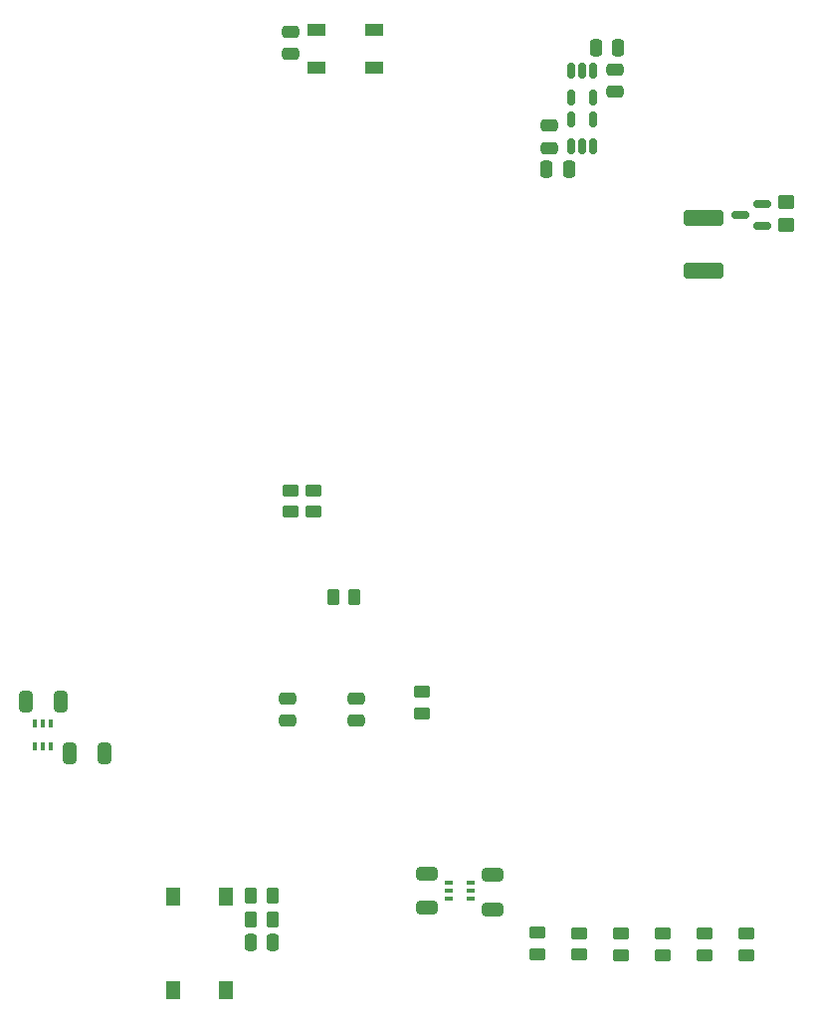
<source format=gbr>
%TF.GenerationSoftware,KiCad,Pcbnew,8.0.1-rc1*%
%TF.CreationDate,2024-04-06T08:28:56-04:00*%
%TF.ProjectId,ESP32_CHUNGUS_RAPIDUS,45535033-325f-4434-9855-4e4755535f52,rev?*%
%TF.SameCoordinates,Original*%
%TF.FileFunction,Paste,Top*%
%TF.FilePolarity,Positive*%
%FSLAX46Y46*%
G04 Gerber Fmt 4.6, Leading zero omitted, Abs format (unit mm)*
G04 Created by KiCad (PCBNEW 8.0.1-rc1) date 2024-04-06 08:28:56*
%MOMM*%
%LPD*%
G01*
G04 APERTURE LIST*
G04 Aperture macros list*
%AMRoundRect*
0 Rectangle with rounded corners*
0 $1 Rounding radius*
0 $2 $3 $4 $5 $6 $7 $8 $9 X,Y pos of 4 corners*
0 Add a 4 corners polygon primitive as box body*
4,1,4,$2,$3,$4,$5,$6,$7,$8,$9,$2,$3,0*
0 Add four circle primitives for the rounded corners*
1,1,$1+$1,$2,$3*
1,1,$1+$1,$4,$5*
1,1,$1+$1,$6,$7*
1,1,$1+$1,$8,$9*
0 Add four rect primitives between the rounded corners*
20,1,$1+$1,$2,$3,$4,$5,0*
20,1,$1+$1,$4,$5,$6,$7,0*
20,1,$1+$1,$6,$7,$8,$9,0*
20,1,$1+$1,$8,$9,$2,$3,0*%
G04 Aperture macros list end*
%ADD10RoundRect,0.250000X-0.450000X0.262500X-0.450000X-0.262500X0.450000X-0.262500X0.450000X0.262500X0*%
%ADD11RoundRect,0.250000X0.450000X-0.262500X0.450000X0.262500X-0.450000X0.262500X-0.450000X-0.262500X0*%
%ADD12RoundRect,0.250000X-0.325000X-0.650000X0.325000X-0.650000X0.325000X0.650000X-0.325000X0.650000X0*%
%ADD13RoundRect,0.250000X-0.475000X0.250000X-0.475000X-0.250000X0.475000X-0.250000X0.475000X0.250000X0*%
%ADD14RoundRect,0.100000X-0.225000X-0.100000X0.225000X-0.100000X0.225000X0.100000X-0.225000X0.100000X0*%
%ADD15R,1.500000X1.000000*%
%ADD16RoundRect,0.250000X0.250000X0.475000X-0.250000X0.475000X-0.250000X-0.475000X0.250000X-0.475000X0*%
%ADD17RoundRect,0.150000X0.587500X0.150000X-0.587500X0.150000X-0.587500X-0.150000X0.587500X-0.150000X0*%
%ADD18RoundRect,0.150000X0.150000X-0.512500X0.150000X0.512500X-0.150000X0.512500X-0.150000X-0.512500X0*%
%ADD19RoundRect,0.100000X0.100000X-0.225000X0.100000X0.225000X-0.100000X0.225000X-0.100000X-0.225000X0*%
%ADD20RoundRect,0.250000X0.475000X-0.250000X0.475000X0.250000X-0.475000X0.250000X-0.475000X-0.250000X0*%
%ADD21RoundRect,0.250000X-0.250000X-0.475000X0.250000X-0.475000X0.250000X0.475000X-0.250000X0.475000X0*%
%ADD22RoundRect,0.150000X-0.150000X0.512500X-0.150000X-0.512500X0.150000X-0.512500X0.150000X0.512500X0*%
%ADD23RoundRect,0.250000X-0.650000X0.325000X-0.650000X-0.325000X0.650000X-0.325000X0.650000X0.325000X0*%
%ADD24RoundRect,0.250000X0.262500X0.450000X-0.262500X0.450000X-0.262500X-0.450000X0.262500X-0.450000X0*%
%ADD25RoundRect,0.250000X-0.450000X0.350000X-0.450000X-0.350000X0.450000X-0.350000X0.450000X0.350000X0*%
%ADD26RoundRect,0.250000X-1.450000X0.400000X-1.450000X-0.400000X1.450000X-0.400000X1.450000X0.400000X0*%
%ADD27RoundRect,0.250000X-0.262500X-0.450000X0.262500X-0.450000X0.262500X0.450000X-0.262500X0.450000X0*%
%ADD28R,1.300000X1.550000*%
%ADD29RoundRect,0.250000X0.650000X-0.325000X0.650000X0.325000X-0.650000X0.325000X-0.650000X-0.325000X0*%
G04 APERTURE END LIST*
D10*
%TO.C,A0*%
X96430000Y-95786500D03*
X96430000Y-97611500D03*
%TD*%
D11*
%TO.C,R515*%
X75400000Y-59951500D03*
X75400000Y-58126500D03*
%TD*%
D10*
%TO.C,A4*%
X110650000Y-95846500D03*
X110650000Y-97671500D03*
%TD*%
D12*
%TO.C,C205*%
X52925000Y-76100000D03*
X55875000Y-76100000D03*
%TD*%
D13*
%TO.C,C401*%
X75400000Y-19110000D03*
X75400000Y-21010000D03*
%TD*%
%TO.C,C203*%
X97450000Y-27112500D03*
X97450000Y-29012500D03*
%TD*%
D12*
%TO.C,C208*%
X56625000Y-80500000D03*
X59575000Y-80500000D03*
%TD*%
D10*
%TO.C,A5*%
X114180000Y-95866500D03*
X114180000Y-97691500D03*
%TD*%
D14*
%TO.C,D402*%
X88850000Y-91550000D03*
X88850000Y-92200000D03*
X88850000Y-92850000D03*
X90750000Y-92850000D03*
X90750000Y-92200000D03*
X90750000Y-91550000D03*
%TD*%
D15*
%TO.C,D401*%
X82550000Y-22200000D03*
X82550000Y-19000000D03*
X77650000Y-19000000D03*
X77650000Y-22200000D03*
%TD*%
D16*
%TO.C,C201*%
X99100000Y-30862500D03*
X97200000Y-30862500D03*
%TD*%
D17*
%TO.C,Q201*%
X115537500Y-35675000D03*
X115537500Y-33775000D03*
X113662500Y-34725000D03*
%TD*%
D18*
%TO.C,U202*%
X99300000Y-28900000D03*
X100250000Y-28900000D03*
X101200000Y-28900000D03*
X101200000Y-26625000D03*
X99300000Y-26625000D03*
%TD*%
D19*
%TO.C,D404*%
X53687500Y-79887500D03*
X54337500Y-79887500D03*
X54987500Y-79887500D03*
X54987500Y-77987500D03*
X54337500Y-77987500D03*
X53687500Y-77987500D03*
%TD*%
D16*
%TO.C,C402*%
X73900000Y-96620000D03*
X72000000Y-96620000D03*
%TD*%
D10*
%TO.C,A2*%
X103510000Y-95876500D03*
X103510000Y-97701500D03*
%TD*%
D20*
%TO.C,C210*%
X75200000Y-77750000D03*
X75200000Y-75850000D03*
%TD*%
D21*
%TO.C,C202*%
X101400000Y-20462500D03*
X103300000Y-20462500D03*
%TD*%
D20*
%TO.C,C207*%
X81000000Y-77750000D03*
X81000000Y-75850000D03*
%TD*%
D22*
%TO.C,U201*%
X101200000Y-22425000D03*
X100250000Y-22425000D03*
X99300000Y-22425000D03*
X99300000Y-24700000D03*
X101200000Y-24700000D03*
%TD*%
D23*
%TO.C,C224*%
X92600000Y-90825000D03*
X92600000Y-93775000D03*
%TD*%
D10*
%TO.C,R411*%
X86600000Y-75287500D03*
X86600000Y-77112500D03*
%TD*%
D24*
%TO.C,R414*%
X73862500Y-92620000D03*
X72037500Y-92620000D03*
%TD*%
D10*
%TO.C,A3*%
X107090000Y-95866500D03*
X107090000Y-97691500D03*
%TD*%
D25*
%TO.C,FB201*%
X117600000Y-33600000D03*
X117600000Y-35600000D03*
%TD*%
D26*
%TO.C,F201*%
X110600000Y-34975000D03*
X110600000Y-39425000D03*
%TD*%
D27*
%TO.C,R516*%
X79047500Y-67249000D03*
X80872500Y-67249000D03*
%TD*%
D28*
%TO.C,SW401*%
X65400000Y-100700000D03*
X65400000Y-92740000D03*
X69900000Y-100700000D03*
X69900000Y-92740000D03*
%TD*%
D11*
%TO.C,R514*%
X77360000Y-59971500D03*
X77360000Y-58146500D03*
%TD*%
D20*
%TO.C,C204*%
X103050000Y-24212500D03*
X103050000Y-22312500D03*
%TD*%
D10*
%TO.C,A1*%
X99980000Y-95836500D03*
X99980000Y-97661500D03*
%TD*%
D27*
%TO.C,R415*%
X72037500Y-94620000D03*
X73862500Y-94620000D03*
%TD*%
D29*
%TO.C,C216*%
X87000000Y-93675000D03*
X87000000Y-90725000D03*
%TD*%
M02*

</source>
